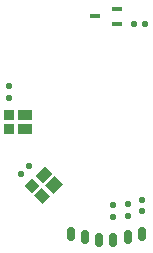
<source format=gtp>
G04*
G04 #@! TF.GenerationSoftware,Altium Limited,Altium Designer,20.0.13 (296)*
G04*
G04 Layer_Color=8421504*
%FSLAX25Y25*%
%MOIN*%
G70*
G01*
G75*
G04:AMPARAMS|DCode=12|XSize=21.65mil|YSize=21.65mil|CornerRadius=5.41mil|HoleSize=0mil|Usage=FLASHONLY|Rotation=180.000|XOffset=0mil|YOffset=0mil|HoleType=Round|Shape=RoundedRectangle|*
%AMROUNDEDRECTD12*
21,1,0.02165,0.01083,0,0,180.0*
21,1,0.01083,0.02165,0,0,180.0*
1,1,0.01083,-0.00541,0.00541*
1,1,0.01083,0.00541,0.00541*
1,1,0.01083,0.00541,-0.00541*
1,1,0.01083,-0.00541,-0.00541*
%
%ADD12ROUNDEDRECTD12*%
G04:AMPARAMS|DCode=13|XSize=21.65mil|YSize=21.65mil|CornerRadius=5.41mil|HoleSize=0mil|Usage=FLASHONLY|Rotation=135.000|XOffset=0mil|YOffset=0mil|HoleType=Round|Shape=RoundedRectangle|*
%AMROUNDEDRECTD13*
21,1,0.02165,0.01083,0,0,135.0*
21,1,0.01083,0.02165,0,0,135.0*
1,1,0.01083,0.00000,0.00766*
1,1,0.01083,0.00766,0.00000*
1,1,0.01083,0.00000,-0.00766*
1,1,0.01083,-0.00766,0.00000*
%
%ADD13ROUNDEDRECTD13*%
%ADD14R,0.03347X0.01772*%
G04:AMPARAMS|DCode=15|XSize=21.65mil|YSize=21.65mil|CornerRadius=5.41mil|HoleSize=0mil|Usage=FLASHONLY|Rotation=90.000|XOffset=0mil|YOffset=0mil|HoleType=Round|Shape=RoundedRectangle|*
%AMROUNDEDRECTD15*
21,1,0.02165,0.01083,0,0,90.0*
21,1,0.01083,0.02165,0,0,90.0*
1,1,0.01083,0.00541,0.00541*
1,1,0.01083,0.00541,-0.00541*
1,1,0.01083,-0.00541,-0.00541*
1,1,0.01083,-0.00541,0.00541*
%
%ADD15ROUNDEDRECTD15*%
G04:AMPARAMS|DCode=16|XSize=23.62mil|YSize=47.24mil|CornerRadius=5.91mil|HoleSize=0mil|Usage=FLASHONLY|Rotation=180.000|XOffset=0mil|YOffset=0mil|HoleType=Round|Shape=RoundedRectangle|*
%AMROUNDEDRECTD16*
21,1,0.02362,0.03543,0,0,180.0*
21,1,0.01181,0.04724,0,0,180.0*
1,1,0.01181,-0.00591,0.01772*
1,1,0.01181,0.00591,0.01772*
1,1,0.01181,0.00591,-0.01772*
1,1,0.01181,-0.00591,-0.01772*
%
%ADD16ROUNDEDRECTD16*%
%ADD17R,0.03740X0.03819*%
%ADD18R,0.04528X0.03819*%
%ADD19R,0.03740X0.03347*%
%ADD20R,0.04528X0.03347*%
G04:AMPARAMS|DCode=21|XSize=33.47mil|YSize=45.28mil|CornerRadius=0mil|HoleSize=0mil|Usage=FLASHONLY|Rotation=315.000|XOffset=0mil|YOffset=0mil|HoleType=Round|Shape=Rectangle|*
%AMROTATEDRECTD21*
4,1,4,-0.02784,-0.00418,0.00418,0.02784,0.02784,0.00418,-0.00418,-0.02784,-0.02784,-0.00418,0.0*
%
%ADD21ROTATEDRECTD21*%

G04:AMPARAMS|DCode=22|XSize=33.47mil|YSize=37.4mil|CornerRadius=0mil|HoleSize=0mil|Usage=FLASHONLY|Rotation=315.000|XOffset=0mil|YOffset=0mil|HoleType=Round|Shape=Rectangle|*
%AMROTATEDRECTD22*
4,1,4,-0.02506,-0.00139,0.00139,0.02506,0.02506,0.00139,-0.00139,-0.02506,-0.02506,-0.00139,0.0*
%
%ADD22ROTATEDRECTD22*%

G04:AMPARAMS|DCode=23|XSize=38.19mil|YSize=45.28mil|CornerRadius=0mil|HoleSize=0mil|Usage=FLASHONLY|Rotation=315.000|XOffset=0mil|YOffset=0mil|HoleType=Round|Shape=Rectangle|*
%AMROTATEDRECTD23*
4,1,4,-0.02951,-0.00251,0.00251,0.02951,0.02951,0.00251,-0.00251,-0.02951,-0.02951,-0.00251,0.0*
%
%ADD23ROTATEDRECTD23*%

G04:AMPARAMS|DCode=24|XSize=37.4mil|YSize=38.19mil|CornerRadius=0mil|HoleSize=0mil|Usage=FLASHONLY|Rotation=225.000|XOffset=0mil|YOffset=0mil|HoleType=Round|Shape=Rectangle|*
%AMROTATEDRECTD24*
4,1,4,-0.00028,0.02673,0.02673,-0.00028,0.00028,-0.02673,-0.02673,0.00028,-0.00028,0.02673,0.0*
%
%ADD24ROTATEDRECTD24*%

D12*
X11811Y-25591D02*
D03*
Y-29528D02*
D03*
X7087Y-27165D02*
D03*
Y-31102D02*
D03*
X-32382Y12205D02*
D03*
Y8268D02*
D03*
X2362Y-27559D02*
D03*
Y-31496D02*
D03*
D13*
X-25773Y-14455D02*
D03*
X-28557Y-17238D02*
D03*
D14*
X3642Y32874D02*
D03*
X3642Y37992D02*
D03*
X-3642Y35433D02*
D03*
D15*
X12992Y32874D02*
D03*
X9055D02*
D03*
D16*
X-11811Y-37008D02*
D03*
X-7087Y-38189D02*
D03*
X-2362Y-38976D02*
D03*
X2362D02*
D03*
X7087Y-38189D02*
D03*
X11811Y-37008D02*
D03*
D17*
X-32382Y-2205D02*
D03*
D18*
X-27067D02*
D03*
D19*
X-32382Y2480D02*
D03*
D20*
X-27067D02*
D03*
D21*
X-20893Y-17385D02*
D03*
D22*
X-24651Y-21144D02*
D03*
D23*
X-17580Y-20698D02*
D03*
D24*
X-21339Y-24456D02*
D03*
M02*

</source>
